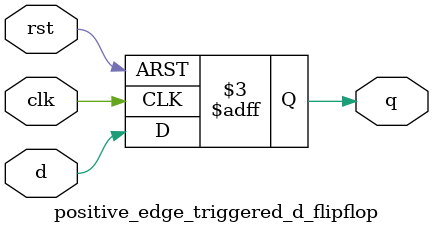
<source format=v>
`timescale 1ns / 1ps
module positive_edge_triggered_d_flipflop(q,d,clk,rst);
input d,clk,rst;
output reg q;
always @(posedge clk, posedge rst)//Can also be modelled so that reset will be applied when rst=0(negedge rst and rst==1)
if(rst==0)
q=d;
else 
q=0;
endmodule

</source>
